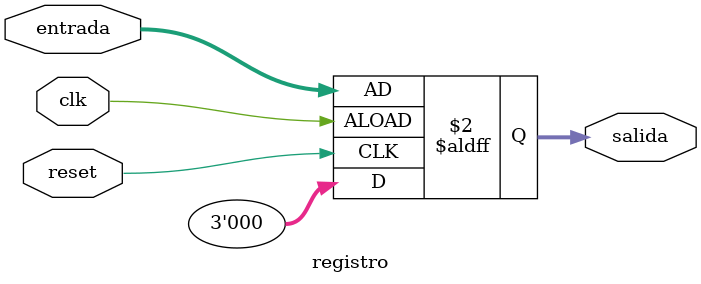
<source format=sv>
/*Este modulo emula de manera basica un registro, su funcion es la de proporcionar una entrada 
para poder asignar un clock y asi utilizar la herramienta de Time Quest para medir la frecuencia */

module registro#(parameter N = 3)
(input logic [N-1:0] entrada, 
 input logic reset, clk,
 output logic [N-1:0] salida);
always @(posedge clk, posedge reset)
	if(clk) salida <= entrada;
	else salida <= 0;
endmodule
	
				
</source>
